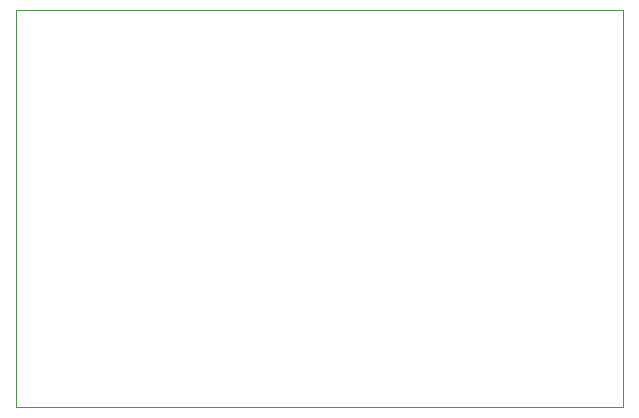
<source format=gm1>
G04 #@! TF.GenerationSoftware,KiCad,Pcbnew,7.0.7*
G04 #@! TF.CreationDate,2023-10-10T15:44:46+02:00*
G04 #@! TF.ProjectId,EcranLCD_Schema_V1.2,45637261-6e4c-4434-945f-536368656d61,rev?*
G04 #@! TF.SameCoordinates,Original*
G04 #@! TF.FileFunction,Profile,NP*
%FSLAX46Y46*%
G04 Gerber Fmt 4.6, Leading zero omitted, Abs format (unit mm)*
G04 Created by KiCad (PCBNEW 7.0.7) date 2023-10-10 15:44:46*
%MOMM*%
%LPD*%
G01*
G04 APERTURE LIST*
G04 #@! TA.AperFunction,Profile*
%ADD10C,0.100000*%
G04 #@! TD*
G04 APERTURE END LIST*
D10*
X112395000Y-53467000D02*
X163830000Y-53467000D01*
X163830000Y-87122000D01*
X112395000Y-87122000D01*
X112395000Y-53467000D01*
M02*

</source>
